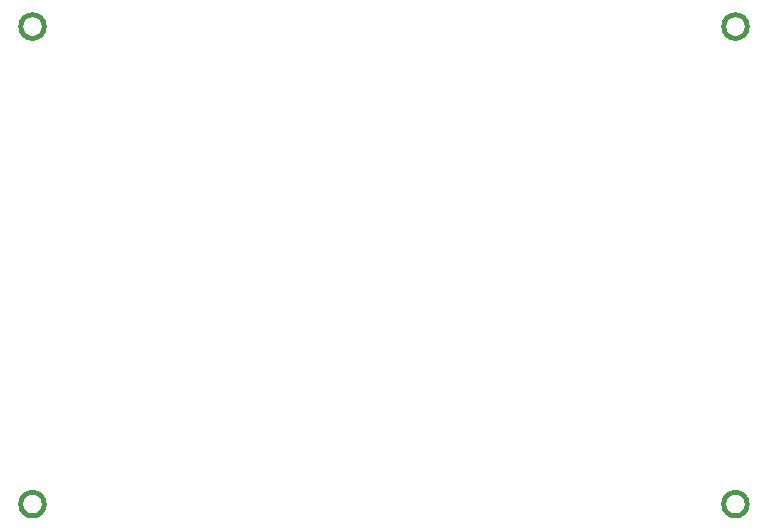
<source format=gbo>
G04 #@! TF.GenerationSoftware,KiCad,Pcbnew,(5.1.4-0-10_14)*
G04 #@! TF.CreationDate,2019-11-24T20:30:42+09:00*
G04 #@! TF.ProjectId,palette1202-COM_front,70616c65-7474-4653-9132-30322d434f4d,rev?*
G04 #@! TF.SameCoordinates,Original*
G04 #@! TF.FileFunction,Legend,Bot*
G04 #@! TF.FilePolarity,Positive*
%FSLAX46Y46*%
G04 Gerber Fmt 4.6, Leading zero omitted, Abs format (unit mm)*
G04 Created by KiCad (PCBNEW (5.1.4-0-10_14)) date 2019-11-24 20:30:42*
%MOMM*%
%LPD*%
G04 APERTURE LIST*
%ADD10C,0.400000*%
G04 APERTURE END LIST*
D10*
X163592000Y-111429800D02*
G75*
G03X163592000Y-111429800I-1000000J0D01*
G01*
X163592000Y-70993000D02*
G75*
G03X163592000Y-70993000I-1000000J0D01*
G01*
X104073200Y-111429800D02*
G75*
G03X104073200Y-111429800I-1000000J0D01*
G01*
X104073200Y-70993000D02*
G75*
G03X104073200Y-70993000I-1000000J0D01*
G01*
M02*

</source>
